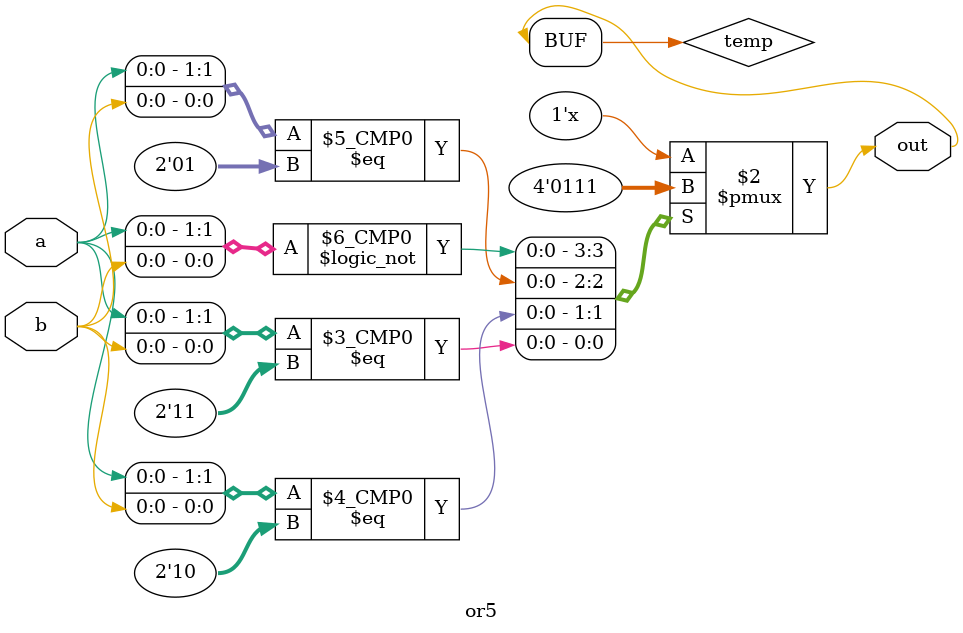
<source format=v>
module or5 (
  input a,
  input b,
  output out
);

    reg temp;

    always @(*) begin
        case ({a, b})
            2'b00: temp = 1'b0;
            2'b01: temp = 1'b1;
            2'b10: temp = 1'b1;
            2'b11: temp = 1'b1;
        endcase
    end

    assign out = temp;
endmodule
</source>
